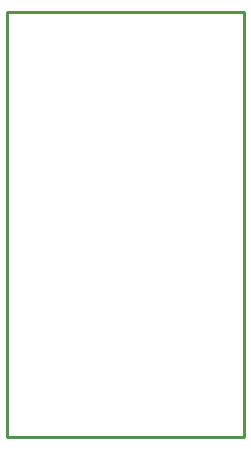
<source format=gko>
G04 EAGLE Gerber RS-274X export*
G75*
%MOMM*%
%FSLAX34Y34*%
%LPD*%
%INoutline*%
%IPPOS*%
%AMOC8*
5,1,8,0,0,1.08239X$1,22.5*%
G01*
%ADD10C,0.254000*%


D10*
X110000Y230000D02*
X310000Y230000D01*
X310000Y590000D01*
X110000Y590000D01*
X110000Y230000D01*
M02*

</source>
